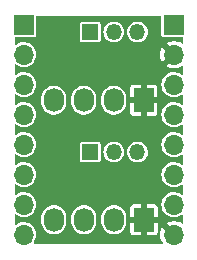
<source format=gbr>
%TF.GenerationSoftware,KiCad,Pcbnew,8.0.4*%
%TF.CreationDate,2024-08-22T16:07:43-07:00*%
%TF.ProjectId,tmtua,746d7475-612e-46b6-9963-61645f706362,0.1*%
%TF.SameCoordinates,Original*%
%TF.FileFunction,Copper,L2,Bot*%
%TF.FilePolarity,Positive*%
%FSLAX46Y46*%
G04 Gerber Fmt 4.6, Leading zero omitted, Abs format (unit mm)*
G04 Created by KiCad (PCBNEW 8.0.4) date 2024-08-22 16:07:43*
%MOMM*%
%LPD*%
G01*
G04 APERTURE LIST*
%TA.AperFunction,ComponentPad*%
%ADD10R,1.350000X1.350000*%
%TD*%
%TA.AperFunction,ComponentPad*%
%ADD11O,1.350000X1.350000*%
%TD*%
%TA.AperFunction,ComponentPad*%
%ADD12R,1.730000X2.030000*%
%TD*%
%TA.AperFunction,ComponentPad*%
%ADD13O,1.730000X2.030000*%
%TD*%
%TA.AperFunction,ComponentPad*%
%ADD14R,1.700000X1.700000*%
%TD*%
%TA.AperFunction,ComponentPad*%
%ADD15O,1.700000X1.700000*%
%TD*%
G04 APERTURE END LIST*
D10*
%TO.P,J4,1,Pin_1*%
%TO.N,VM*%
X145320000Y-94615000D03*
D11*
%TO.P,J4,2,Pin_2*%
%TO.N,/vfan1*%
X147320000Y-94615000D03*
%TO.P,J4,3,Pin_3*%
%TO.N,+5V*%
X149320000Y-94615000D03*
%TD*%
D12*
%TO.P,CN1,1,Pin_1*%
%TO.N,GND*%
X149850000Y-90216000D03*
D13*
%TO.P,CN1,2,Pin_2*%
%TO.N,/vfan0*%
X147310000Y-90216000D03*
%TO.P,CN1,3,Pin_3*%
%TO.N,/tach0*%
X144770000Y-90216000D03*
%TO.P,CN1,4,Pin_4*%
%TO.N,/pwm0*%
X142230000Y-90216000D03*
%TD*%
D12*
%TO.P,CN2,1,Pin_1*%
%TO.N,GND*%
X149860000Y-100330000D03*
D13*
%TO.P,CN2,2,Pin_2*%
%TO.N,/vfan1*%
X147320000Y-100330000D03*
%TO.P,CN2,3,Pin_3*%
%TO.N,/tach1*%
X144780000Y-100330000D03*
%TO.P,CN2,4,Pin_4*%
%TO.N,/pwm1*%
X142240000Y-100330000D03*
%TD*%
D10*
%TO.P,J3,1,Pin_1*%
%TO.N,VM*%
X145320000Y-84455000D03*
D11*
%TO.P,J3,2,Pin_2*%
%TO.N,/vfan0*%
X147320000Y-84455000D03*
%TO.P,J3,3,Pin_3*%
%TO.N,+5V*%
X149320000Y-84455000D03*
%TD*%
D14*
%TO.P,J2,1,Pin_1*%
%TO.N,VM*%
X152400000Y-83820000D03*
D15*
%TO.P,J2,2,Pin_2*%
%TO.N,GND*%
X152400000Y-86360000D03*
%TO.P,J2,3,Pin_3*%
%TO.N,unconnected-(J2-Pin_3-Pad3)*%
X152400000Y-88900000D03*
%TO.P,J2,4,Pin_4*%
%TO.N,unconnected-(J2-Pin_4-Pad4)*%
X152400000Y-91440000D03*
%TO.P,J2,5,Pin_5*%
%TO.N,unconnected-(J2-Pin_5-Pad5)*%
X152400000Y-93980000D03*
%TO.P,J2,6,Pin_6*%
%TO.N,unconnected-(J2-Pin_6-Pad6)*%
X152400000Y-96520000D03*
%TO.P,J2,7,Pin_7*%
%TO.N,+5V*%
X152400000Y-99060000D03*
%TO.P,J2,8,Pin_8*%
%TO.N,GND*%
X152400000Y-101600000D03*
%TD*%
D14*
%TO.P,J1,1,Pin_1*%
%TO.N,/tach0*%
X139700000Y-83820000D03*
D15*
%TO.P,J1,2,Pin_2*%
%TO.N,unconnected-(J1-Pin_2-Pad2)*%
X139700000Y-86360000D03*
%TO.P,J1,3,Pin_3*%
%TO.N,unconnected-(J1-Pin_3-Pad3)*%
X139700000Y-88900000D03*
%TO.P,J1,4,Pin_4*%
%TO.N,/tach1*%
X139700000Y-91440000D03*
%TO.P,J1,5,Pin_5*%
%TO.N,unconnected-(J1-Pin_5-Pad5)*%
X139700000Y-93980000D03*
%TO.P,J1,6,Pin_6*%
%TO.N,unconnected-(J1-Pin_6-Pad6)*%
X139700000Y-96520000D03*
%TO.P,J1,7,Pin_7*%
%TO.N,/pwm0*%
X139700000Y-99060000D03*
%TO.P,J1,8,Pin_8*%
%TO.N,/pwm1*%
X139700000Y-101600000D03*
%TD*%
%TA.AperFunction,Conductor*%
%TO.N,GND*%
G36*
X151327826Y-83072174D02*
G01*
X151349500Y-83124500D01*
X151349500Y-84689746D01*
X151361133Y-84748232D01*
X151390608Y-84792343D01*
X151405448Y-84814552D01*
X151449560Y-84844027D01*
X151471767Y-84858866D01*
X151471768Y-84858866D01*
X151471769Y-84858867D01*
X151530252Y-84870500D01*
X153095500Y-84870500D01*
X153147826Y-84892174D01*
X153169500Y-84944500D01*
X153169500Y-85351002D01*
X153147826Y-85403328D01*
X153095500Y-85425002D01*
X153056544Y-85413918D01*
X152914799Y-85326155D01*
X152914789Y-85326150D01*
X152716064Y-85249163D01*
X152506566Y-85210000D01*
X152293433Y-85210000D01*
X152083935Y-85249163D01*
X151885210Y-85326150D01*
X151885200Y-85326155D01*
X151782991Y-85389438D01*
X152270590Y-85877037D01*
X152207007Y-85894075D01*
X152092993Y-85959901D01*
X151999901Y-86052993D01*
X151934075Y-86167007D01*
X151917037Y-86230590D01*
X151426835Y-85740388D01*
X151418063Y-85752005D01*
X151418059Y-85752011D01*
X151323064Y-85942787D01*
X151323061Y-85942797D01*
X151264736Y-86147788D01*
X151245073Y-86359996D01*
X151245073Y-86359999D01*
X151264736Y-86572211D01*
X151323061Y-86777202D01*
X151323064Y-86777212D01*
X151418059Y-86967988D01*
X151418059Y-86967989D01*
X151426835Y-86979609D01*
X151917037Y-86489407D01*
X151934075Y-86552993D01*
X151999901Y-86667007D01*
X152092993Y-86760099D01*
X152207007Y-86825925D01*
X152270588Y-86842962D01*
X151782992Y-87330559D01*
X151885200Y-87393844D01*
X151885210Y-87393849D01*
X152083935Y-87470836D01*
X152293433Y-87509999D01*
X152293437Y-87510000D01*
X152506563Y-87510000D01*
X152506566Y-87509999D01*
X152716064Y-87470836D01*
X152914789Y-87393849D01*
X152914799Y-87393844D01*
X153056544Y-87306081D01*
X153112442Y-87296963D01*
X153158416Y-87330041D01*
X153169500Y-87368997D01*
X153169500Y-88016079D01*
X153147826Y-88068405D01*
X153095500Y-88090079D01*
X153048556Y-88073282D01*
X152986453Y-88022317D01*
X152986451Y-88022316D01*
X152986450Y-88022315D01*
X152803954Y-87924768D01*
X152692158Y-87890855D01*
X152605935Y-87864700D01*
X152400000Y-87844417D01*
X152194064Y-87864700D01*
X151996043Y-87924769D01*
X151813549Y-88022315D01*
X151653590Y-88153589D01*
X151653589Y-88153590D01*
X151522315Y-88313549D01*
X151424769Y-88496043D01*
X151364700Y-88694064D01*
X151344417Y-88900000D01*
X151364700Y-89105935D01*
X151372343Y-89131131D01*
X151404874Y-89238373D01*
X151424769Y-89303956D01*
X151522315Y-89486450D01*
X151630499Y-89618274D01*
X151653590Y-89646410D01*
X151813550Y-89777685D01*
X151996046Y-89875232D01*
X152194066Y-89935300D01*
X152400000Y-89955583D01*
X152605934Y-89935300D01*
X152803954Y-89875232D01*
X152986450Y-89777685D01*
X153013844Y-89755204D01*
X153048555Y-89726717D01*
X153102753Y-89710275D01*
X153152702Y-89736974D01*
X153169500Y-89783919D01*
X153169500Y-90556079D01*
X153147826Y-90608405D01*
X153095500Y-90630079D01*
X153048556Y-90613282D01*
X152986453Y-90562317D01*
X152986451Y-90562316D01*
X152986450Y-90562315D01*
X152803954Y-90464768D01*
X152692158Y-90430855D01*
X152605935Y-90404700D01*
X152400000Y-90384417D01*
X152194064Y-90404700D01*
X151996043Y-90464769D01*
X151813549Y-90562315D01*
X151653590Y-90693589D01*
X151653589Y-90693590D01*
X151522315Y-90853549D01*
X151424769Y-91036043D01*
X151364700Y-91234064D01*
X151344417Y-91440000D01*
X151364700Y-91645935D01*
X151424769Y-91843956D01*
X151522315Y-92026450D01*
X151630499Y-92158274D01*
X151653590Y-92186410D01*
X151813550Y-92317685D01*
X151996046Y-92415232D01*
X152194066Y-92475300D01*
X152400000Y-92495583D01*
X152605934Y-92475300D01*
X152803954Y-92415232D01*
X152986450Y-92317685D01*
X153048555Y-92266716D01*
X153102753Y-92250275D01*
X153152702Y-92276974D01*
X153169500Y-92323919D01*
X153169500Y-93096079D01*
X153147826Y-93148405D01*
X153095500Y-93170079D01*
X153048556Y-93153282D01*
X152986453Y-93102317D01*
X152986451Y-93102316D01*
X152986450Y-93102315D01*
X152803954Y-93004768D01*
X152692158Y-92970855D01*
X152605935Y-92944700D01*
X152400000Y-92924417D01*
X152194064Y-92944700D01*
X151996043Y-93004769D01*
X151813549Y-93102315D01*
X151653590Y-93233589D01*
X151653589Y-93233590D01*
X151522315Y-93393549D01*
X151424769Y-93576043D01*
X151364700Y-93774064D01*
X151344417Y-93980000D01*
X151364700Y-94185935D01*
X151424769Y-94383956D01*
X151522315Y-94566450D01*
X151630499Y-94698274D01*
X151653590Y-94726410D01*
X151813550Y-94857685D01*
X151996046Y-94955232D01*
X152194066Y-95015300D01*
X152400000Y-95035583D01*
X152605934Y-95015300D01*
X152803954Y-94955232D01*
X152986450Y-94857685D01*
X153048555Y-94806716D01*
X153102753Y-94790275D01*
X153152702Y-94816974D01*
X153169500Y-94863919D01*
X153169500Y-95636079D01*
X153147826Y-95688405D01*
X153095500Y-95710079D01*
X153048556Y-95693282D01*
X152986453Y-95642317D01*
X152986451Y-95642316D01*
X152986450Y-95642315D01*
X152803954Y-95544768D01*
X152692158Y-95510855D01*
X152605935Y-95484700D01*
X152400000Y-95464417D01*
X152194064Y-95484700D01*
X151996043Y-95544769D01*
X151813549Y-95642315D01*
X151653590Y-95773589D01*
X151653589Y-95773590D01*
X151522315Y-95933549D01*
X151424769Y-96116043D01*
X151364700Y-96314064D01*
X151344417Y-96520000D01*
X151364700Y-96725935D01*
X151424769Y-96923956D01*
X151522315Y-97106450D01*
X151630499Y-97238274D01*
X151653590Y-97266410D01*
X151813550Y-97397685D01*
X151996046Y-97495232D01*
X152194066Y-97555300D01*
X152400000Y-97575583D01*
X152605934Y-97555300D01*
X152803954Y-97495232D01*
X152986450Y-97397685D01*
X153048555Y-97346716D01*
X153102753Y-97330275D01*
X153152702Y-97356974D01*
X153169500Y-97403919D01*
X153169500Y-98176079D01*
X153147826Y-98228405D01*
X153095500Y-98250079D01*
X153048556Y-98233282D01*
X152986453Y-98182317D01*
X152986451Y-98182316D01*
X152986450Y-98182315D01*
X152803954Y-98084768D01*
X152692158Y-98050855D01*
X152605935Y-98024700D01*
X152400000Y-98004417D01*
X152194064Y-98024700D01*
X151996043Y-98084769D01*
X151813549Y-98182315D01*
X151653590Y-98313589D01*
X151653589Y-98313590D01*
X151522315Y-98473549D01*
X151424769Y-98656043D01*
X151364700Y-98854064D01*
X151344417Y-99060000D01*
X151364700Y-99265935D01*
X151424769Y-99463956D01*
X151522315Y-99646450D01*
X151630499Y-99778274D01*
X151653590Y-99806410D01*
X151813550Y-99937685D01*
X151996046Y-100035232D01*
X152194066Y-100095300D01*
X152400000Y-100115583D01*
X152605934Y-100095300D01*
X152803954Y-100035232D01*
X152986450Y-99937685D01*
X153048555Y-99886716D01*
X153102753Y-99870275D01*
X153152702Y-99896974D01*
X153169500Y-99943919D01*
X153169500Y-100591002D01*
X153147826Y-100643328D01*
X153095500Y-100665002D01*
X153056544Y-100653918D01*
X152914799Y-100566155D01*
X152914789Y-100566150D01*
X152716064Y-100489163D01*
X152506566Y-100450000D01*
X152293433Y-100450000D01*
X152083935Y-100489163D01*
X151885210Y-100566150D01*
X151885200Y-100566155D01*
X151782991Y-100629438D01*
X152270590Y-101117037D01*
X152207007Y-101134075D01*
X152092993Y-101199901D01*
X151999901Y-101292993D01*
X151934075Y-101407007D01*
X151917037Y-101470590D01*
X151426835Y-100980388D01*
X151418063Y-100992005D01*
X151418059Y-100992011D01*
X151323064Y-101182787D01*
X151323061Y-101182797D01*
X151264736Y-101387788D01*
X151245073Y-101599996D01*
X151245073Y-101600000D01*
X151264736Y-101812211D01*
X151323061Y-102017202D01*
X151323064Y-102017212D01*
X151418059Y-102207988D01*
X151418063Y-102207994D01*
X151450468Y-102250905D01*
X151464705Y-102305723D01*
X151436010Y-102354553D01*
X151391415Y-102369500D01*
X140583920Y-102369500D01*
X140531594Y-102347826D01*
X140509920Y-102295500D01*
X140526717Y-102248555D01*
X140560009Y-102207988D01*
X140577685Y-102186450D01*
X140675232Y-102003954D01*
X140735300Y-101805934D01*
X140755583Y-101600000D01*
X140735300Y-101394066D01*
X140675232Y-101196046D01*
X140577685Y-101013550D01*
X140446410Y-100853590D01*
X140429850Y-100840000D01*
X140286450Y-100722315D01*
X140103956Y-100624769D01*
X140103955Y-100624768D01*
X140103954Y-100624768D01*
X139972667Y-100584943D01*
X139905935Y-100564700D01*
X139700000Y-100544417D01*
X139494064Y-100564700D01*
X139296043Y-100624769D01*
X139113546Y-100722317D01*
X139051444Y-100773282D01*
X138997246Y-100789723D01*
X138947297Y-100763023D01*
X138930500Y-100716079D01*
X138930500Y-99943919D01*
X138952174Y-99891593D01*
X139004500Y-99869919D01*
X139051445Y-99886717D01*
X139113545Y-99937682D01*
X139113548Y-99937684D01*
X139113550Y-99937685D01*
X139296046Y-100035232D01*
X139494066Y-100095300D01*
X139700000Y-100115583D01*
X139905934Y-100095300D01*
X139972667Y-100075057D01*
X141174500Y-100075057D01*
X141174500Y-100584943D01*
X141182422Y-100624768D01*
X141215445Y-100790789D01*
X141215447Y-100790795D01*
X141295767Y-100984703D01*
X141412372Y-101159216D01*
X141560784Y-101307628D01*
X141735297Y-101424233D01*
X141929205Y-101504553D01*
X142135057Y-101545500D01*
X142135059Y-101545500D01*
X142344941Y-101545500D01*
X142344943Y-101545500D01*
X142550795Y-101504553D01*
X142744703Y-101424233D01*
X142919216Y-101307628D01*
X143067628Y-101159216D01*
X143184233Y-100984703D01*
X143264553Y-100790795D01*
X143305500Y-100584943D01*
X143305500Y-100075057D01*
X143714500Y-100075057D01*
X143714500Y-100584943D01*
X143722422Y-100624768D01*
X143755445Y-100790789D01*
X143755447Y-100790795D01*
X143835767Y-100984703D01*
X143952372Y-101159216D01*
X144100784Y-101307628D01*
X144275297Y-101424233D01*
X144469205Y-101504553D01*
X144675057Y-101545500D01*
X144675059Y-101545500D01*
X144884941Y-101545500D01*
X144884943Y-101545500D01*
X145090795Y-101504553D01*
X145284703Y-101424233D01*
X145459216Y-101307628D01*
X145607628Y-101159216D01*
X145724233Y-100984703D01*
X145804553Y-100790795D01*
X145845500Y-100584943D01*
X145845500Y-100075057D01*
X146254500Y-100075057D01*
X146254500Y-100584943D01*
X146262422Y-100624768D01*
X146295445Y-100790789D01*
X146295447Y-100790795D01*
X146375767Y-100984703D01*
X146492372Y-101159216D01*
X146640784Y-101307628D01*
X146815297Y-101424233D01*
X147009205Y-101504553D01*
X147215057Y-101545500D01*
X147215059Y-101545500D01*
X147424941Y-101545500D01*
X147424943Y-101545500D01*
X147630795Y-101504553D01*
X147824703Y-101424233D01*
X147999216Y-101307628D01*
X148147628Y-101159216D01*
X148264233Y-100984703D01*
X148344553Y-100790795D01*
X148385500Y-100584943D01*
X148385500Y-100075057D01*
X148344553Y-99869205D01*
X148264233Y-99675297D01*
X148147628Y-99500784D01*
X147999216Y-99352372D01*
X147876250Y-99270210D01*
X148695000Y-99270210D01*
X148695000Y-100080000D01*
X149415440Y-100080000D01*
X149384755Y-100133147D01*
X149350000Y-100262857D01*
X149350000Y-100397143D01*
X149384755Y-100526853D01*
X149415440Y-100580000D01*
X148695001Y-100580000D01*
X148695001Y-101389792D01*
X148697908Y-101414868D01*
X148697910Y-101414874D01*
X148743213Y-101517478D01*
X148822521Y-101596786D01*
X148925124Y-101642089D01*
X148925123Y-101642089D01*
X148950210Y-101644999D01*
X149610000Y-101644999D01*
X149610000Y-100774560D01*
X149663147Y-100805245D01*
X149792857Y-100840000D01*
X149927143Y-100840000D01*
X150056853Y-100805245D01*
X150110000Y-100774560D01*
X150110000Y-101644999D01*
X150769792Y-101644999D01*
X150794868Y-101642091D01*
X150794874Y-101642089D01*
X150897478Y-101596786D01*
X150976786Y-101517478D01*
X151022089Y-101414875D01*
X151025000Y-101389789D01*
X151025000Y-100580000D01*
X150304560Y-100580000D01*
X150335245Y-100526853D01*
X150370000Y-100397143D01*
X150370000Y-100262857D01*
X150335245Y-100133147D01*
X150304560Y-100080000D01*
X151024999Y-100080000D01*
X151024999Y-99270207D01*
X151022091Y-99245131D01*
X151022089Y-99245125D01*
X150976786Y-99142521D01*
X150897478Y-99063213D01*
X150794875Y-99017910D01*
X150794876Y-99017910D01*
X150769789Y-99015000D01*
X150110000Y-99015000D01*
X150110000Y-99885439D01*
X150056853Y-99854755D01*
X149927143Y-99820000D01*
X149792857Y-99820000D01*
X149663147Y-99854755D01*
X149610000Y-99885439D01*
X149610000Y-99015000D01*
X148950207Y-99015000D01*
X148925131Y-99017908D01*
X148925125Y-99017910D01*
X148822521Y-99063213D01*
X148743213Y-99142521D01*
X148697910Y-99245124D01*
X148695000Y-99270210D01*
X147876250Y-99270210D01*
X147876246Y-99270207D01*
X147824703Y-99235767D01*
X147630795Y-99155447D01*
X147630789Y-99155445D01*
X147492938Y-99128025D01*
X147424943Y-99114500D01*
X147215057Y-99114500D01*
X147156699Y-99126108D01*
X147009210Y-99155445D01*
X147009204Y-99155447D01*
X146815296Y-99235767D01*
X146640784Y-99352371D01*
X146640783Y-99352373D01*
X146492373Y-99500783D01*
X146492371Y-99500784D01*
X146375767Y-99675296D01*
X146295447Y-99869204D01*
X146295445Y-99869210D01*
X146262422Y-100035230D01*
X146254500Y-100075057D01*
X145845500Y-100075057D01*
X145804553Y-99869205D01*
X145724233Y-99675297D01*
X145607628Y-99500784D01*
X145459216Y-99352372D01*
X145336246Y-99270207D01*
X145284703Y-99235767D01*
X145090795Y-99155447D01*
X145090789Y-99155445D01*
X144952938Y-99128025D01*
X144884943Y-99114500D01*
X144675057Y-99114500D01*
X144616699Y-99126108D01*
X144469210Y-99155445D01*
X144469204Y-99155447D01*
X144275296Y-99235767D01*
X144100784Y-99352371D01*
X144100783Y-99352373D01*
X143952373Y-99500783D01*
X143952371Y-99500784D01*
X143835767Y-99675296D01*
X143755447Y-99869204D01*
X143755445Y-99869210D01*
X143722422Y-100035230D01*
X143714500Y-100075057D01*
X143305500Y-100075057D01*
X143264553Y-99869205D01*
X143184233Y-99675297D01*
X143067628Y-99500784D01*
X142919216Y-99352372D01*
X142796246Y-99270207D01*
X142744703Y-99235767D01*
X142550795Y-99155447D01*
X142550789Y-99155445D01*
X142412938Y-99128025D01*
X142344943Y-99114500D01*
X142135057Y-99114500D01*
X142076699Y-99126108D01*
X141929210Y-99155445D01*
X141929204Y-99155447D01*
X141735296Y-99235767D01*
X141560784Y-99352371D01*
X141560783Y-99352373D01*
X141412373Y-99500783D01*
X141412371Y-99500784D01*
X141295767Y-99675296D01*
X141215447Y-99869204D01*
X141215445Y-99869210D01*
X141182422Y-100035230D01*
X141174500Y-100075057D01*
X139972667Y-100075057D01*
X140103954Y-100035232D01*
X140286450Y-99937685D01*
X140446410Y-99806410D01*
X140577685Y-99646450D01*
X140675232Y-99463954D01*
X140735300Y-99265934D01*
X140755583Y-99060000D01*
X140735300Y-98854066D01*
X140675232Y-98656046D01*
X140577685Y-98473550D01*
X140446410Y-98313590D01*
X140286450Y-98182315D01*
X140103954Y-98084768D01*
X139992158Y-98050855D01*
X139905935Y-98024700D01*
X139700000Y-98004417D01*
X139494064Y-98024700D01*
X139296043Y-98084769D01*
X139113546Y-98182317D01*
X139051444Y-98233282D01*
X138997246Y-98249723D01*
X138947297Y-98223023D01*
X138930500Y-98176079D01*
X138930500Y-97403919D01*
X138952174Y-97351593D01*
X139004500Y-97329919D01*
X139051445Y-97346717D01*
X139113545Y-97397682D01*
X139113548Y-97397684D01*
X139113550Y-97397685D01*
X139296046Y-97495232D01*
X139494066Y-97555300D01*
X139700000Y-97575583D01*
X139905934Y-97555300D01*
X140103954Y-97495232D01*
X140286450Y-97397685D01*
X140446410Y-97266410D01*
X140577685Y-97106450D01*
X140675232Y-96923954D01*
X140735300Y-96725934D01*
X140755583Y-96520000D01*
X140735300Y-96314066D01*
X140675232Y-96116046D01*
X140577685Y-95933550D01*
X140446410Y-95773590D01*
X140286450Y-95642315D01*
X140103954Y-95544768D01*
X139992158Y-95510855D01*
X139905935Y-95484700D01*
X139700000Y-95464417D01*
X139494064Y-95484700D01*
X139296043Y-95544769D01*
X139113546Y-95642317D01*
X139051444Y-95693282D01*
X138997246Y-95709723D01*
X138947297Y-95683023D01*
X138930500Y-95636079D01*
X138930500Y-94863919D01*
X138952174Y-94811593D01*
X139004500Y-94789919D01*
X139051445Y-94806717D01*
X139113545Y-94857682D01*
X139113548Y-94857684D01*
X139113550Y-94857685D01*
X139296046Y-94955232D01*
X139494066Y-95015300D01*
X139700000Y-95035583D01*
X139905934Y-95015300D01*
X140103954Y-94955232D01*
X140286450Y-94857685D01*
X140446410Y-94726410D01*
X140577685Y-94566450D01*
X140675232Y-94383954D01*
X140735300Y-94185934D01*
X140755583Y-93980000D01*
X140749698Y-93920253D01*
X144444500Y-93920253D01*
X144444500Y-95309746D01*
X144456133Y-95368232D01*
X144485608Y-95412343D01*
X144500448Y-95434552D01*
X144526912Y-95452235D01*
X144566767Y-95478866D01*
X144566768Y-95478866D01*
X144566769Y-95478867D01*
X144625252Y-95490500D01*
X144625254Y-95490500D01*
X146014746Y-95490500D01*
X146014748Y-95490500D01*
X146073231Y-95478867D01*
X146139552Y-95434552D01*
X146183867Y-95368231D01*
X146195500Y-95309748D01*
X146195500Y-94615000D01*
X146439678Y-94615000D01*
X146451387Y-94726409D01*
X146458916Y-94798034D01*
X146515784Y-94973057D01*
X146607802Y-95132436D01*
X146607805Y-95132441D01*
X146730952Y-95269209D01*
X146879832Y-95377377D01*
X146879839Y-95377381D01*
X147047966Y-95452236D01*
X147227981Y-95490500D01*
X147227982Y-95490500D01*
X147412018Y-95490500D01*
X147412019Y-95490500D01*
X147592034Y-95452236D01*
X147760161Y-95377381D01*
X147909050Y-95269207D01*
X148032195Y-95132440D01*
X148124214Y-94973059D01*
X148130007Y-94955232D01*
X148174929Y-94816974D01*
X148181085Y-94798029D01*
X148200322Y-94615000D01*
X148439678Y-94615000D01*
X148451387Y-94726409D01*
X148458916Y-94798034D01*
X148515784Y-94973057D01*
X148607802Y-95132436D01*
X148607805Y-95132441D01*
X148730952Y-95269209D01*
X148879832Y-95377377D01*
X148879839Y-95377381D01*
X149047966Y-95452236D01*
X149227981Y-95490500D01*
X149227982Y-95490500D01*
X149412018Y-95490500D01*
X149412019Y-95490500D01*
X149592034Y-95452236D01*
X149760161Y-95377381D01*
X149909050Y-95269207D01*
X150032195Y-95132440D01*
X150124214Y-94973059D01*
X150130007Y-94955232D01*
X150174929Y-94816974D01*
X150181085Y-94798029D01*
X150200322Y-94615000D01*
X150181085Y-94431971D01*
X150165483Y-94383954D01*
X150124215Y-94256942D01*
X150032197Y-94097563D01*
X150032194Y-94097558D01*
X149909047Y-93960790D01*
X149760167Y-93852622D01*
X149760160Y-93852618D01*
X149592035Y-93777764D01*
X149592033Y-93777763D01*
X149450282Y-93747633D01*
X149412019Y-93739500D01*
X149227981Y-93739500D01*
X149196425Y-93746207D01*
X149047966Y-93777763D01*
X149047964Y-93777764D01*
X148879839Y-93852618D01*
X148879832Y-93852622D01*
X148730952Y-93960790D01*
X148607805Y-94097558D01*
X148607802Y-94097563D01*
X148515784Y-94256942D01*
X148458916Y-94431965D01*
X148458915Y-94431969D01*
X148458915Y-94431971D01*
X148439678Y-94615000D01*
X148200322Y-94615000D01*
X148181085Y-94431971D01*
X148165483Y-94383954D01*
X148124215Y-94256942D01*
X148032197Y-94097563D01*
X148032194Y-94097558D01*
X147909047Y-93960790D01*
X147760167Y-93852622D01*
X147760160Y-93852618D01*
X147592035Y-93777764D01*
X147592033Y-93777763D01*
X147450282Y-93747633D01*
X147412019Y-93739500D01*
X147227981Y-93739500D01*
X147196425Y-93746207D01*
X147047966Y-93777763D01*
X147047964Y-93777764D01*
X146879839Y-93852618D01*
X146879832Y-93852622D01*
X146730952Y-93960790D01*
X146607805Y-94097558D01*
X146607802Y-94097563D01*
X146515784Y-94256942D01*
X146458916Y-94431965D01*
X146458915Y-94431969D01*
X146458915Y-94431971D01*
X146439678Y-94615000D01*
X146195500Y-94615000D01*
X146195500Y-93920252D01*
X146183867Y-93861769D01*
X146177752Y-93852618D01*
X146169027Y-93839560D01*
X146139552Y-93795448D01*
X146117343Y-93780608D01*
X146073232Y-93751133D01*
X146073233Y-93751133D01*
X146043989Y-93745316D01*
X146014748Y-93739500D01*
X144625252Y-93739500D01*
X144596010Y-93745316D01*
X144566767Y-93751133D01*
X144500449Y-93795447D01*
X144500447Y-93795449D01*
X144456133Y-93861767D01*
X144444500Y-93920253D01*
X140749698Y-93920253D01*
X140735300Y-93774066D01*
X140675232Y-93576046D01*
X140577685Y-93393550D01*
X140446410Y-93233590D01*
X140286450Y-93102315D01*
X140103954Y-93004768D01*
X139992158Y-92970855D01*
X139905935Y-92944700D01*
X139700000Y-92924417D01*
X139494064Y-92944700D01*
X139296043Y-93004769D01*
X139113546Y-93102317D01*
X139051444Y-93153282D01*
X138997246Y-93169723D01*
X138947297Y-93143023D01*
X138930500Y-93096079D01*
X138930500Y-92323919D01*
X138952174Y-92271593D01*
X139004500Y-92249919D01*
X139051445Y-92266717D01*
X139113545Y-92317682D01*
X139113548Y-92317684D01*
X139113550Y-92317685D01*
X139296046Y-92415232D01*
X139494066Y-92475300D01*
X139700000Y-92495583D01*
X139905934Y-92475300D01*
X140103954Y-92415232D01*
X140286450Y-92317685D01*
X140446410Y-92186410D01*
X140577685Y-92026450D01*
X140675232Y-91843954D01*
X140735300Y-91645934D01*
X140755583Y-91440000D01*
X140735300Y-91234066D01*
X140675232Y-91036046D01*
X140577685Y-90853550D01*
X140446410Y-90693590D01*
X140286450Y-90562315D01*
X140103954Y-90464768D01*
X139992158Y-90430855D01*
X139905935Y-90404700D01*
X139700000Y-90384417D01*
X139494064Y-90404700D01*
X139296043Y-90464769D01*
X139113546Y-90562317D01*
X139051444Y-90613282D01*
X138997246Y-90629723D01*
X138947297Y-90603023D01*
X138930500Y-90556079D01*
X138930500Y-89961058D01*
X141164500Y-89961058D01*
X141164500Y-90470941D01*
X141205445Y-90676789D01*
X141205447Y-90676795D01*
X141285767Y-90870703D01*
X141402372Y-91045216D01*
X141550784Y-91193628D01*
X141725297Y-91310233D01*
X141919205Y-91390553D01*
X142125057Y-91431500D01*
X142125059Y-91431500D01*
X142334941Y-91431500D01*
X142334943Y-91431500D01*
X142540795Y-91390553D01*
X142734703Y-91310233D01*
X142909216Y-91193628D01*
X143057628Y-91045216D01*
X143174233Y-90870703D01*
X143254553Y-90676795D01*
X143295500Y-90470943D01*
X143295500Y-89961058D01*
X143704500Y-89961058D01*
X143704500Y-90470941D01*
X143745445Y-90676789D01*
X143745447Y-90676795D01*
X143825767Y-90870703D01*
X143942372Y-91045216D01*
X144090784Y-91193628D01*
X144265297Y-91310233D01*
X144459205Y-91390553D01*
X144665057Y-91431500D01*
X144665059Y-91431500D01*
X144874941Y-91431500D01*
X144874943Y-91431500D01*
X145080795Y-91390553D01*
X145274703Y-91310233D01*
X145449216Y-91193628D01*
X145597628Y-91045216D01*
X145714233Y-90870703D01*
X145794553Y-90676795D01*
X145835500Y-90470943D01*
X145835500Y-89961058D01*
X146244500Y-89961058D01*
X146244500Y-90470941D01*
X146285445Y-90676789D01*
X146285447Y-90676795D01*
X146365767Y-90870703D01*
X146482372Y-91045216D01*
X146630784Y-91193628D01*
X146805297Y-91310233D01*
X146999205Y-91390553D01*
X147205057Y-91431500D01*
X147205059Y-91431500D01*
X147414941Y-91431500D01*
X147414943Y-91431500D01*
X147620795Y-91390553D01*
X147814703Y-91310233D01*
X147989216Y-91193628D01*
X148137628Y-91045216D01*
X148254233Y-90870703D01*
X148334553Y-90676795D01*
X148375500Y-90470943D01*
X148375500Y-89961057D01*
X148334553Y-89755205D01*
X148254233Y-89561297D01*
X148137628Y-89386784D01*
X147989216Y-89238372D01*
X147866250Y-89156210D01*
X148685000Y-89156210D01*
X148685000Y-89966000D01*
X149405440Y-89966000D01*
X149374755Y-90019147D01*
X149340000Y-90148857D01*
X149340000Y-90283143D01*
X149374755Y-90412853D01*
X149405440Y-90466000D01*
X148685001Y-90466000D01*
X148685001Y-91275792D01*
X148687908Y-91300868D01*
X148687910Y-91300874D01*
X148733213Y-91403478D01*
X148812521Y-91482786D01*
X148915124Y-91528089D01*
X148915123Y-91528089D01*
X148940210Y-91530999D01*
X149600000Y-91530999D01*
X149600000Y-90660560D01*
X149653147Y-90691245D01*
X149782857Y-90726000D01*
X149917143Y-90726000D01*
X150046853Y-90691245D01*
X150100000Y-90660560D01*
X150100000Y-91530999D01*
X150759792Y-91530999D01*
X150784868Y-91528091D01*
X150784874Y-91528089D01*
X150887478Y-91482786D01*
X150966786Y-91403478D01*
X151012089Y-91300875D01*
X151015000Y-91275789D01*
X151015000Y-90466000D01*
X150294560Y-90466000D01*
X150325245Y-90412853D01*
X150360000Y-90283143D01*
X150360000Y-90148857D01*
X150325245Y-90019147D01*
X150294560Y-89966000D01*
X151014999Y-89966000D01*
X151014999Y-89156207D01*
X151012091Y-89131131D01*
X151012089Y-89131125D01*
X150966786Y-89028521D01*
X150887478Y-88949213D01*
X150784875Y-88903910D01*
X150784876Y-88903910D01*
X150759789Y-88901000D01*
X150100000Y-88901000D01*
X150100000Y-89771439D01*
X150046853Y-89740755D01*
X149917143Y-89706000D01*
X149782857Y-89706000D01*
X149653147Y-89740755D01*
X149600000Y-89771439D01*
X149600000Y-88901000D01*
X148940207Y-88901000D01*
X148915131Y-88903908D01*
X148915125Y-88903910D01*
X148812521Y-88949213D01*
X148733213Y-89028521D01*
X148687910Y-89131124D01*
X148685000Y-89156210D01*
X147866250Y-89156210D01*
X147866246Y-89156207D01*
X147814703Y-89121767D01*
X147620795Y-89041447D01*
X147620789Y-89041445D01*
X147482938Y-89014025D01*
X147414943Y-89000500D01*
X147205057Y-89000500D01*
X147146699Y-89012108D01*
X146999210Y-89041445D01*
X146999204Y-89041447D01*
X146805296Y-89121767D01*
X146630784Y-89238371D01*
X146630783Y-89238373D01*
X146482373Y-89386783D01*
X146482371Y-89386784D01*
X146365767Y-89561296D01*
X146285447Y-89755204D01*
X146285445Y-89755210D01*
X146244500Y-89961058D01*
X145835500Y-89961058D01*
X145835500Y-89961057D01*
X145794553Y-89755205D01*
X145714233Y-89561297D01*
X145597628Y-89386784D01*
X145449216Y-89238372D01*
X145326246Y-89156207D01*
X145274703Y-89121767D01*
X145080795Y-89041447D01*
X145080789Y-89041445D01*
X144942938Y-89014025D01*
X144874943Y-89000500D01*
X144665057Y-89000500D01*
X144606699Y-89012108D01*
X144459210Y-89041445D01*
X144459204Y-89041447D01*
X144265296Y-89121767D01*
X144090784Y-89238371D01*
X144090783Y-89238373D01*
X143942373Y-89386783D01*
X143942371Y-89386784D01*
X143825767Y-89561296D01*
X143745447Y-89755204D01*
X143745445Y-89755210D01*
X143704500Y-89961058D01*
X143295500Y-89961058D01*
X143295500Y-89961057D01*
X143254553Y-89755205D01*
X143174233Y-89561297D01*
X143057628Y-89386784D01*
X142909216Y-89238372D01*
X142786246Y-89156207D01*
X142734703Y-89121767D01*
X142540795Y-89041447D01*
X142540789Y-89041445D01*
X142402938Y-89014025D01*
X142334943Y-89000500D01*
X142125057Y-89000500D01*
X142066699Y-89012108D01*
X141919210Y-89041445D01*
X141919204Y-89041447D01*
X141725296Y-89121767D01*
X141550784Y-89238371D01*
X141550783Y-89238373D01*
X141402373Y-89386783D01*
X141402371Y-89386784D01*
X141285767Y-89561296D01*
X141205447Y-89755204D01*
X141205445Y-89755210D01*
X141164500Y-89961058D01*
X138930500Y-89961058D01*
X138930500Y-89783919D01*
X138952174Y-89731593D01*
X139004500Y-89709919D01*
X139051445Y-89726717D01*
X139113545Y-89777682D01*
X139113548Y-89777684D01*
X139113550Y-89777685D01*
X139296046Y-89875232D01*
X139494066Y-89935300D01*
X139700000Y-89955583D01*
X139905934Y-89935300D01*
X140103954Y-89875232D01*
X140286450Y-89777685D01*
X140446410Y-89646410D01*
X140577685Y-89486450D01*
X140675232Y-89303954D01*
X140735300Y-89105934D01*
X140755583Y-88900000D01*
X140735300Y-88694066D01*
X140675232Y-88496046D01*
X140577685Y-88313550D01*
X140446410Y-88153590D01*
X140286450Y-88022315D01*
X140103954Y-87924768D01*
X139992158Y-87890855D01*
X139905935Y-87864700D01*
X139700000Y-87844417D01*
X139494064Y-87864700D01*
X139296043Y-87924769D01*
X139113546Y-88022317D01*
X139051444Y-88073282D01*
X138997246Y-88089723D01*
X138947297Y-88063023D01*
X138930500Y-88016079D01*
X138930500Y-87243919D01*
X138952174Y-87191593D01*
X139004500Y-87169919D01*
X139051445Y-87186717D01*
X139113545Y-87237682D01*
X139113548Y-87237684D01*
X139113550Y-87237685D01*
X139296046Y-87335232D01*
X139494066Y-87395300D01*
X139700000Y-87415583D01*
X139905934Y-87395300D01*
X140103954Y-87335232D01*
X140286450Y-87237685D01*
X140446410Y-87106410D01*
X140577685Y-86946450D01*
X140675232Y-86763954D01*
X140735300Y-86565934D01*
X140755583Y-86360000D01*
X140735300Y-86154066D01*
X140675232Y-85956046D01*
X140577685Y-85773550D01*
X140446410Y-85613590D01*
X140286450Y-85482315D01*
X140103954Y-85384768D01*
X139992158Y-85350855D01*
X139905935Y-85324700D01*
X139700000Y-85304417D01*
X139494064Y-85324700D01*
X139296043Y-85384769D01*
X139113546Y-85482317D01*
X139051444Y-85533282D01*
X138997246Y-85549723D01*
X138947297Y-85523023D01*
X138930500Y-85476079D01*
X138930500Y-84944500D01*
X138952174Y-84892174D01*
X139004500Y-84870500D01*
X140569746Y-84870500D01*
X140569748Y-84870500D01*
X140628231Y-84858867D01*
X140694552Y-84814552D01*
X140738867Y-84748231D01*
X140750500Y-84689748D01*
X140750500Y-83760253D01*
X144444500Y-83760253D01*
X144444500Y-85149746D01*
X144456133Y-85208232D01*
X144483483Y-85249163D01*
X144500448Y-85274552D01*
X144526912Y-85292235D01*
X144566767Y-85318866D01*
X144566768Y-85318866D01*
X144566769Y-85318867D01*
X144625252Y-85330500D01*
X144625254Y-85330500D01*
X146014746Y-85330500D01*
X146014748Y-85330500D01*
X146073231Y-85318867D01*
X146139552Y-85274552D01*
X146183867Y-85208231D01*
X146195500Y-85149748D01*
X146195500Y-84455000D01*
X146439678Y-84455000D01*
X146458916Y-84638034D01*
X146515784Y-84813057D01*
X146607802Y-84972436D01*
X146607805Y-84972441D01*
X146730952Y-85109209D01*
X146879832Y-85217377D01*
X146879839Y-85217381D01*
X147047966Y-85292236D01*
X147227981Y-85330500D01*
X147227982Y-85330500D01*
X147412018Y-85330500D01*
X147412019Y-85330500D01*
X147592034Y-85292236D01*
X147760161Y-85217381D01*
X147770321Y-85210000D01*
X147909047Y-85109209D01*
X147909046Y-85109209D01*
X147909050Y-85109207D01*
X148032195Y-84972440D01*
X148124214Y-84813059D01*
X148181085Y-84638029D01*
X148200322Y-84455000D01*
X148439678Y-84455000D01*
X148458916Y-84638034D01*
X148515784Y-84813057D01*
X148607802Y-84972436D01*
X148607805Y-84972441D01*
X148730952Y-85109209D01*
X148879832Y-85217377D01*
X148879839Y-85217381D01*
X149047966Y-85292236D01*
X149227981Y-85330500D01*
X149227982Y-85330500D01*
X149412018Y-85330500D01*
X149412019Y-85330500D01*
X149592034Y-85292236D01*
X149760161Y-85217381D01*
X149770321Y-85210000D01*
X149909047Y-85109209D01*
X149909046Y-85109209D01*
X149909050Y-85109207D01*
X150032195Y-84972440D01*
X150124214Y-84813059D01*
X150181085Y-84638029D01*
X150200322Y-84455000D01*
X150181085Y-84271971D01*
X150177127Y-84259789D01*
X150124215Y-84096942D01*
X150032197Y-83937563D01*
X150032194Y-83937558D01*
X149909047Y-83800790D01*
X149760167Y-83692622D01*
X149760160Y-83692618D01*
X149592035Y-83617764D01*
X149592033Y-83617763D01*
X149450282Y-83587633D01*
X149412019Y-83579500D01*
X149227981Y-83579500D01*
X149196425Y-83586207D01*
X149047966Y-83617763D01*
X149047964Y-83617764D01*
X148879839Y-83692618D01*
X148879832Y-83692622D01*
X148730952Y-83800790D01*
X148607805Y-83937558D01*
X148607802Y-83937563D01*
X148515784Y-84096942D01*
X148458916Y-84271965D01*
X148439678Y-84455000D01*
X148200322Y-84455000D01*
X148181085Y-84271971D01*
X148177127Y-84259789D01*
X148124215Y-84096942D01*
X148032197Y-83937563D01*
X148032194Y-83937558D01*
X147909047Y-83800790D01*
X147760167Y-83692622D01*
X147760160Y-83692618D01*
X147592035Y-83617764D01*
X147592033Y-83617763D01*
X147450282Y-83587633D01*
X147412019Y-83579500D01*
X147227981Y-83579500D01*
X147196425Y-83586207D01*
X147047966Y-83617763D01*
X147047964Y-83617764D01*
X146879839Y-83692618D01*
X146879832Y-83692622D01*
X146730952Y-83800790D01*
X146607805Y-83937558D01*
X146607802Y-83937563D01*
X146515784Y-84096942D01*
X146458916Y-84271965D01*
X146439678Y-84455000D01*
X146195500Y-84455000D01*
X146195500Y-83760252D01*
X146183867Y-83701769D01*
X146177752Y-83692618D01*
X146169027Y-83679560D01*
X146139552Y-83635448D01*
X146117343Y-83620608D01*
X146073232Y-83591133D01*
X146073233Y-83591133D01*
X146043989Y-83585316D01*
X146014748Y-83579500D01*
X144625252Y-83579500D01*
X144596010Y-83585316D01*
X144566767Y-83591133D01*
X144500449Y-83635447D01*
X144500447Y-83635449D01*
X144456133Y-83701767D01*
X144444500Y-83760253D01*
X140750500Y-83760253D01*
X140750500Y-83124500D01*
X140772174Y-83072174D01*
X140824500Y-83050500D01*
X151275500Y-83050500D01*
X151327826Y-83072174D01*
G37*
%TD.AperFunction*%
%TD*%
M02*

</source>
